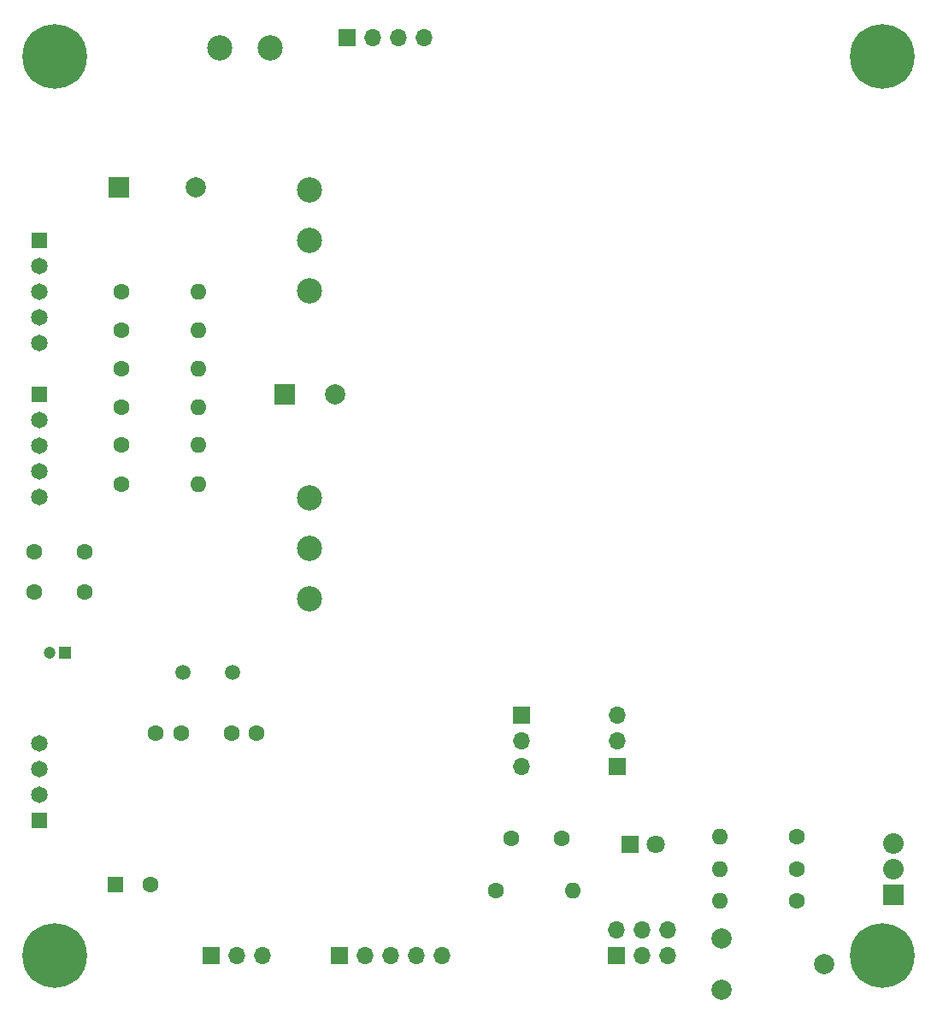
<source format=gbr>
G04 #@! TF.GenerationSoftware,KiCad,Pcbnew,(5.1.7)-1*
G04 #@! TF.CreationDate,2021-01-05T13:25:27+01:00*
G04 #@! TF.ProjectId,AbsauganlageV3,41627361-7567-4616-9e6c-61676556332e,rev?*
G04 #@! TF.SameCoordinates,Original*
G04 #@! TF.FileFunction,Soldermask,Bot*
G04 #@! TF.FilePolarity,Negative*
%FSLAX46Y46*%
G04 Gerber Fmt 4.6, Leading zero omitted, Abs format (unit mm)*
G04 Created by KiCad (PCBNEW (5.1.7)-1) date 2021-01-05 13:25:27*
%MOMM*%
%LPD*%
G01*
G04 APERTURE LIST*
%ADD10C,1.500000*%
%ADD11R,1.700000X1.700000*%
%ADD12O,1.700000X1.700000*%
%ADD13R,2.000000X2.000000*%
%ADD14C,2.000000*%
%ADD15C,1.600000*%
%ADD16R,1.200000X1.200000*%
%ADD17C,1.200000*%
%ADD18R,1.600000X1.600000*%
%ADD19R,1.800000X1.800000*%
%ADD20C,1.800000*%
%ADD21C,6.400000*%
%ADD22C,0.800000*%
%ADD23C,2.500000*%
%ADD24R,1.650000X1.650000*%
%ADD25C,1.650000*%
%ADD26R,2.040000X2.040000*%
%ADD27C,2.040000*%
%ADD28O,1.600000X1.600000*%
G04 APERTURE END LIST*
D10*
X202708000Y-86000000D03*
X207588000Y-86000000D03*
D11*
X236220000Y-90170000D03*
D12*
X236220000Y-92710000D03*
X236220000Y-95250000D03*
D13*
X196400000Y-38000000D03*
D14*
X204000000Y-38000000D03*
D15*
X200000000Y-92000000D03*
X202500000Y-92000000D03*
X207500000Y-92000000D03*
X210000000Y-92000000D03*
X193000000Y-74000000D03*
X188000000Y-74000000D03*
D16*
X191000000Y-84000000D03*
D17*
X189500000Y-84000000D03*
D15*
X188000000Y-78000000D03*
X193000000Y-78000000D03*
X235204000Y-102378000D03*
X240204000Y-102378000D03*
D18*
X196000000Y-107000000D03*
D15*
X199500000Y-107000000D03*
D13*
X212805000Y-58420000D03*
D14*
X217805000Y-58420000D03*
D19*
X247015000Y-103000000D03*
D20*
X249555000Y-103000000D03*
D21*
X272000000Y-114000000D03*
D22*
X274400000Y-114000000D03*
X273697056Y-115697056D03*
X272000000Y-116400000D03*
X270302944Y-115697056D03*
X269600000Y-114000000D03*
X270302944Y-112302944D03*
X272000000Y-111600000D03*
X273697056Y-112302944D03*
X191697056Y-23302944D03*
X190000000Y-22600000D03*
X188302944Y-23302944D03*
X187600000Y-25000000D03*
X188302944Y-26697056D03*
X190000000Y-27400000D03*
X191697056Y-26697056D03*
X192400000Y-25000000D03*
D21*
X190000000Y-25000000D03*
D22*
X273697056Y-23302944D03*
X272000000Y-22600000D03*
X270302944Y-23302944D03*
X269600000Y-25000000D03*
X270302944Y-26697056D03*
X272000000Y-27400000D03*
X273697056Y-26697056D03*
X274400000Y-25000000D03*
D21*
X272000000Y-25000000D03*
X190000000Y-114000000D03*
D22*
X192400000Y-114000000D03*
X191697056Y-115697056D03*
X190000000Y-116400000D03*
X188302944Y-115697056D03*
X187600000Y-114000000D03*
X188302944Y-112302944D03*
X190000000Y-111600000D03*
X191697056Y-112302944D03*
D11*
X245618000Y-114000000D03*
D12*
X245618000Y-111460000D03*
X248158000Y-114000000D03*
X248158000Y-111460000D03*
X250698000Y-114000000D03*
X250698000Y-111460000D03*
D11*
X218186000Y-114000000D03*
D12*
X220726000Y-114000000D03*
X223266000Y-114000000D03*
X225806000Y-114000000D03*
X228346000Y-114000000D03*
D23*
X215265000Y-43180000D03*
X215265000Y-38180000D03*
X215265000Y-48180000D03*
D11*
X218948000Y-23114000D03*
D12*
X221488000Y-23114000D03*
X224028000Y-23114000D03*
X226568000Y-23114000D03*
D24*
X188468000Y-100584000D03*
D25*
X188468000Y-98044000D03*
X188468000Y-92964000D03*
X188468000Y-95504000D03*
D11*
X205486000Y-114000000D03*
D12*
X208026000Y-114000000D03*
X210566000Y-114000000D03*
D23*
X215265000Y-78660000D03*
X215265000Y-68660000D03*
X215265000Y-73660000D03*
D24*
X188468000Y-58420000D03*
D25*
X188468000Y-60960000D03*
X188468000Y-63500000D03*
X188468000Y-66040000D03*
X188468000Y-68580000D03*
D26*
X273050000Y-107950000D03*
D27*
X273050000Y-105410000D03*
X273050000Y-102870000D03*
D12*
X245745000Y-90170000D03*
X245745000Y-92710000D03*
D11*
X245745000Y-95250000D03*
D23*
X211328000Y-24130000D03*
X206328000Y-24130000D03*
D25*
X188468000Y-53340000D03*
X188468000Y-50800000D03*
X188468000Y-48260000D03*
X188468000Y-45720000D03*
D24*
X188468000Y-43180000D03*
D28*
X241300000Y-107585000D03*
D15*
X233680000Y-107585000D03*
D28*
X204216000Y-67310000D03*
D15*
X196596000Y-67310000D03*
X196611000Y-63470000D03*
D28*
X204231000Y-63470000D03*
X255905000Y-105410000D03*
D15*
X263525000Y-105410000D03*
X263525000Y-102235000D03*
D28*
X255905000Y-102235000D03*
D15*
X196596000Y-48260000D03*
D28*
X204216000Y-48260000D03*
X204216000Y-52070000D03*
D15*
X196596000Y-52070000D03*
X196596000Y-55880000D03*
D28*
X204216000Y-55880000D03*
X204216000Y-59690000D03*
D15*
X196596000Y-59690000D03*
D28*
X255905000Y-108585000D03*
D15*
X263525000Y-108585000D03*
D14*
X256032000Y-112268000D03*
X256032000Y-117348000D03*
X266192000Y-114808000D03*
M02*

</source>
